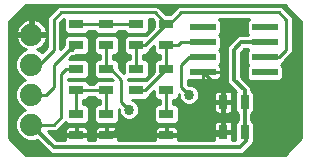
<source format=gtl>
G75*
%MOIN*%
%OFA0B0*%
%FSLAX25Y25*%
%IPPOS*%
%LPD*%
%AMOC8*
5,1,8,0,0,1.08239X$1,22.5*
%
%ADD10R,0.03150X0.04724*%
%ADD11R,0.04724X0.03150*%
%ADD12C,0.07400*%
%ADD13R,0.08661X0.02362*%
%ADD14C,0.01000*%
%ADD15C,0.03378*%
%ADD16C,0.01200*%
D10*
X0075757Y0011500D03*
X0082843Y0011500D03*
X0082843Y0021500D03*
X0075757Y0021500D03*
D11*
X0056800Y0017543D03*
X0056800Y0010457D03*
X0036800Y0010457D03*
X0026800Y0010457D03*
X0026800Y0017543D03*
X0036800Y0017543D03*
X0036800Y0025457D03*
X0026800Y0025457D03*
X0026800Y0032543D03*
X0036800Y0032543D03*
X0046800Y0032543D03*
X0056800Y0032543D03*
X0056800Y0025457D03*
X0046800Y0025457D03*
X0046800Y0040457D03*
X0056800Y0040457D03*
X0056800Y0047543D03*
X0046800Y0047543D03*
X0036800Y0047543D03*
X0026800Y0047543D03*
X0026800Y0040457D03*
X0036800Y0040457D03*
D12*
X0011800Y0044000D03*
X0011800Y0034000D03*
X0011800Y0024000D03*
X0011800Y0014000D03*
D13*
X0069064Y0031500D03*
X0069064Y0036500D03*
X0069064Y0041500D03*
X0069064Y0046500D03*
X0089536Y0046500D03*
X0089536Y0041500D03*
X0089536Y0036500D03*
X0089536Y0031500D03*
D14*
X0018052Y0004496D02*
X0009416Y0004496D01*
X0009911Y0004000D02*
X0096189Y0004000D01*
X0101800Y0009611D01*
X0101800Y0048389D01*
X0096189Y0054000D01*
X0009911Y0054000D01*
X0004300Y0048389D01*
X0004300Y0009611D01*
X0009911Y0004000D01*
X0008417Y0005494D02*
X0017053Y0005494D01*
X0017000Y0005547D02*
X0018347Y0004200D01*
X0082253Y0004200D01*
X0084253Y0006200D01*
X0085600Y0007547D01*
X0085600Y0007916D01*
X0086118Y0008434D01*
X0086118Y0014566D01*
X0085143Y0015541D01*
X0085143Y0017459D01*
X0086118Y0018434D01*
X0086118Y0024566D01*
X0085143Y0025541D01*
X0085143Y0026409D01*
X0081600Y0029953D01*
X0081600Y0038047D01*
X0082753Y0039200D01*
X0083920Y0039200D01*
X0084120Y0039000D01*
X0083506Y0038385D01*
X0083506Y0034615D01*
X0084120Y0034000D01*
X0083506Y0033385D01*
X0083506Y0029615D01*
X0084501Y0028619D01*
X0094571Y0028619D01*
X0095567Y0029615D01*
X0095567Y0033385D01*
X0094952Y0034000D01*
X0095567Y0034615D01*
X0095567Y0034656D01*
X0096500Y0035589D01*
X0099000Y0038089D01*
X0099000Y0049911D01*
X0097711Y0051200D01*
X0096500Y0052411D01*
X0096500Y0052411D01*
X0095211Y0053700D01*
X0060889Y0053700D01*
X0059600Y0052411D01*
X0058007Y0050818D01*
X0056636Y0050818D01*
X0053755Y0053700D01*
X0020889Y0053700D01*
X0019600Y0052411D01*
X0017100Y0049911D01*
X0017100Y0039911D01*
X0015313Y0038124D01*
X0014859Y0038578D01*
X0013576Y0039109D01*
X0013796Y0039181D01*
X0014525Y0039553D01*
X0015188Y0040034D01*
X0015766Y0040612D01*
X0016247Y0041275D01*
X0016619Y0042004D01*
X0016872Y0042782D01*
X0016986Y0043500D01*
X0012300Y0043500D01*
X0012300Y0044500D01*
X0011300Y0044500D01*
X0011300Y0049186D01*
X0010582Y0049072D01*
X0009804Y0048819D01*
X0009075Y0048447D01*
X0008412Y0047966D01*
X0007834Y0047388D01*
X0007353Y0046725D01*
X0006981Y0045996D01*
X0006728Y0045218D01*
X0006614Y0044500D01*
X0011300Y0044500D01*
X0011300Y0043500D01*
X0006614Y0043500D01*
X0006728Y0042782D01*
X0006981Y0042004D01*
X0007353Y0041275D01*
X0007834Y0040612D01*
X0008412Y0040034D01*
X0009075Y0039553D01*
X0009804Y0039181D01*
X0010024Y0039109D01*
X0008741Y0038578D01*
X0007222Y0037059D01*
X0006400Y0035074D01*
X0006400Y0032926D01*
X0007222Y0030941D01*
X0008741Y0029422D01*
X0009760Y0029000D01*
X0008741Y0028578D01*
X0007222Y0027059D01*
X0006400Y0025074D01*
X0006400Y0022926D01*
X0007222Y0020941D01*
X0008741Y0019422D01*
X0009760Y0019000D01*
X0008741Y0018578D01*
X0007222Y0017059D01*
X0006400Y0015074D01*
X0006400Y0012926D01*
X0007222Y0010941D01*
X0008741Y0009422D01*
X0010726Y0008600D01*
X0012874Y0008600D01*
X0013633Y0008914D01*
X0017000Y0005547D01*
X0016055Y0006493D02*
X0007419Y0006493D01*
X0006420Y0007491D02*
X0015056Y0007491D01*
X0014058Y0008490D02*
X0005422Y0008490D01*
X0004423Y0009488D02*
X0008675Y0009488D01*
X0007677Y0010487D02*
X0004300Y0010487D01*
X0004300Y0011485D02*
X0006997Y0011485D01*
X0006583Y0012484D02*
X0004300Y0012484D01*
X0004300Y0013482D02*
X0006400Y0013482D01*
X0006400Y0014481D02*
X0004300Y0014481D01*
X0004300Y0015479D02*
X0006568Y0015479D01*
X0006981Y0016478D02*
X0004300Y0016478D01*
X0004300Y0017476D02*
X0007639Y0017476D01*
X0008638Y0018475D02*
X0004300Y0018475D01*
X0004300Y0019473D02*
X0008690Y0019473D01*
X0007692Y0020472D02*
X0004300Y0020472D01*
X0004300Y0021470D02*
X0007003Y0021470D01*
X0006589Y0022469D02*
X0004300Y0022469D01*
X0004300Y0023467D02*
X0006400Y0023467D01*
X0006400Y0024466D02*
X0004300Y0024466D01*
X0004300Y0025464D02*
X0006562Y0025464D01*
X0006975Y0026463D02*
X0004300Y0026463D01*
X0004300Y0027461D02*
X0007625Y0027461D01*
X0008623Y0028460D02*
X0004300Y0028460D01*
X0004300Y0029458D02*
X0008705Y0029458D01*
X0007706Y0030457D02*
X0004300Y0030457D01*
X0004300Y0031455D02*
X0007009Y0031455D01*
X0006596Y0032454D02*
X0004300Y0032454D01*
X0004300Y0033452D02*
X0006400Y0033452D01*
X0006400Y0034451D02*
X0004300Y0034451D01*
X0004300Y0035449D02*
X0006555Y0035449D01*
X0006969Y0036448D02*
X0004300Y0036448D01*
X0004300Y0037446D02*
X0007610Y0037446D01*
X0008608Y0038445D02*
X0004300Y0038445D01*
X0004300Y0039443D02*
X0009289Y0039443D01*
X0008004Y0040442D02*
X0004300Y0040442D01*
X0004300Y0041440D02*
X0007268Y0041440D01*
X0006840Y0042439D02*
X0004300Y0042439D01*
X0004300Y0043437D02*
X0006624Y0043437D01*
X0004300Y0044436D02*
X0011300Y0044436D01*
X0012300Y0044436D02*
X0017100Y0044436D01*
X0016986Y0044500D02*
X0016872Y0045218D01*
X0016619Y0045996D01*
X0016247Y0046725D01*
X0015766Y0047388D01*
X0015188Y0047966D01*
X0014525Y0048447D01*
X0013796Y0048819D01*
X0013018Y0049072D01*
X0012300Y0049186D01*
X0012300Y0044500D01*
X0016986Y0044500D01*
X0017100Y0045434D02*
X0016802Y0045434D01*
X0017100Y0046433D02*
X0016396Y0046433D01*
X0015722Y0047432D02*
X0017100Y0047432D01*
X0017100Y0048430D02*
X0014549Y0048430D01*
X0012300Y0048430D02*
X0011300Y0048430D01*
X0011300Y0047432D02*
X0012300Y0047432D01*
X0012300Y0046433D02*
X0011300Y0046433D01*
X0011300Y0045434D02*
X0012300Y0045434D01*
X0007878Y0047432D02*
X0004300Y0047432D01*
X0004300Y0046433D02*
X0007204Y0046433D01*
X0006798Y0045434D02*
X0004300Y0045434D01*
X0004341Y0048430D02*
X0009051Y0048430D01*
X0006338Y0050427D02*
X0017616Y0050427D01*
X0017100Y0049429D02*
X0005340Y0049429D01*
X0007337Y0051426D02*
X0018614Y0051426D01*
X0019613Y0052424D02*
X0008335Y0052424D01*
X0009334Y0053423D02*
X0020611Y0053423D01*
X0021800Y0051500D02*
X0052843Y0051500D01*
X0056800Y0047543D01*
X0057843Y0047543D01*
X0061800Y0051500D01*
X0094300Y0051500D01*
X0096800Y0049000D01*
X0096800Y0039000D01*
X0094300Y0036500D01*
X0089536Y0036500D01*
X0083669Y0034451D02*
X0081600Y0034451D01*
X0081600Y0035449D02*
X0083506Y0035449D01*
X0083506Y0036448D02*
X0081600Y0036448D01*
X0081600Y0037446D02*
X0083506Y0037446D01*
X0083565Y0038445D02*
X0081998Y0038445D01*
X0077489Y0040442D02*
X0075094Y0040442D01*
X0075094Y0039615D02*
X0075094Y0043385D01*
X0074480Y0044000D01*
X0075094Y0044615D01*
X0075094Y0048385D01*
X0074180Y0049300D01*
X0084420Y0049300D01*
X0083506Y0048385D01*
X0083506Y0044615D01*
X0084120Y0044000D01*
X0083920Y0043800D01*
X0080847Y0043800D01*
X0079500Y0042453D01*
X0077000Y0039953D01*
X0077000Y0028047D01*
X0078347Y0026700D01*
X0080025Y0025023D01*
X0079569Y0024566D01*
X0079569Y0018434D01*
X0080543Y0017459D01*
X0080543Y0015541D01*
X0079569Y0014566D01*
X0079569Y0008800D01*
X0078794Y0008800D01*
X0078831Y0008940D01*
X0078831Y0011213D01*
X0076044Y0011213D01*
X0076044Y0011787D01*
X0078831Y0011787D01*
X0078831Y0014060D01*
X0078729Y0014441D01*
X0078532Y0014783D01*
X0078253Y0015062D01*
X0077910Y0015260D01*
X0077529Y0015362D01*
X0076044Y0015362D01*
X0076044Y0011787D01*
X0075469Y0011787D01*
X0075469Y0011213D01*
X0072682Y0011213D01*
X0072682Y0008940D01*
X0072720Y0008800D01*
X0060662Y0008800D01*
X0060662Y0010169D01*
X0057087Y0010169D01*
X0057087Y0010744D01*
X0056513Y0010744D01*
X0056513Y0013531D01*
X0054240Y0013531D01*
X0053859Y0013429D01*
X0053517Y0013232D01*
X0053237Y0012953D01*
X0053040Y0012610D01*
X0052938Y0012229D01*
X0052938Y0010744D01*
X0056513Y0010744D01*
X0056513Y0010169D01*
X0052938Y0010169D01*
X0052938Y0008800D01*
X0040662Y0008800D01*
X0040662Y0010169D01*
X0037087Y0010169D01*
X0037087Y0010744D01*
X0036513Y0010744D01*
X0036513Y0013531D01*
X0034240Y0013531D01*
X0033859Y0013429D01*
X0033517Y0013232D01*
X0033238Y0012953D01*
X0033040Y0012610D01*
X0032938Y0012229D01*
X0032938Y0010744D01*
X0036513Y0010744D01*
X0036513Y0010169D01*
X0032938Y0010169D01*
X0032938Y0008800D01*
X0030662Y0008800D01*
X0030662Y0010169D01*
X0027087Y0010169D01*
X0027087Y0010744D01*
X0026513Y0010744D01*
X0026513Y0013531D01*
X0024240Y0013531D01*
X0023859Y0013429D01*
X0023517Y0013232D01*
X0023237Y0012953D01*
X0023040Y0012610D01*
X0022938Y0012229D01*
X0022938Y0010744D01*
X0026513Y0010744D01*
X0026513Y0010169D01*
X0022938Y0010169D01*
X0022938Y0008800D01*
X0020253Y0008800D01*
X0017253Y0011800D01*
X0020211Y0011800D01*
X0022711Y0014300D01*
X0023207Y0014795D01*
X0023734Y0014269D01*
X0029866Y0014269D01*
X0030862Y0015264D01*
X0030862Y0019822D01*
X0029866Y0020818D01*
X0029000Y0020818D01*
X0029000Y0022182D01*
X0029866Y0022182D01*
X0030862Y0023178D01*
X0030862Y0023257D01*
X0032738Y0023257D01*
X0032738Y0023178D01*
X0033734Y0022182D01*
X0034600Y0022182D01*
X0034600Y0020818D01*
X0033734Y0020818D01*
X0032738Y0019822D01*
X0032738Y0015264D01*
X0033734Y0014269D01*
X0039866Y0014269D01*
X0040862Y0015264D01*
X0040862Y0019327D01*
X0040911Y0019278D01*
X0040911Y0018326D01*
X0041427Y0017080D01*
X0042380Y0016127D01*
X0043626Y0015611D01*
X0044974Y0015611D01*
X0046220Y0016127D01*
X0047173Y0017080D01*
X0047689Y0018326D01*
X0047689Y0019674D01*
X0047173Y0020920D01*
X0046220Y0021873D01*
X0045474Y0022182D01*
X0049866Y0022182D01*
X0050862Y0023178D01*
X0050862Y0023494D01*
X0052738Y0025370D01*
X0052738Y0023178D01*
X0053734Y0022182D01*
X0054600Y0022182D01*
X0054600Y0020818D01*
X0053734Y0020818D01*
X0052738Y0019822D01*
X0052738Y0015264D01*
X0053734Y0014269D01*
X0059866Y0014269D01*
X0060862Y0015264D01*
X0060862Y0019822D01*
X0059866Y0020818D01*
X0059000Y0020818D01*
X0059000Y0022182D01*
X0059866Y0022182D01*
X0060862Y0023178D01*
X0060862Y0024327D01*
X0060889Y0024300D01*
X0060911Y0024278D01*
X0060911Y0023326D01*
X0061427Y0022080D01*
X0062380Y0021127D01*
X0063626Y0020611D01*
X0064974Y0020611D01*
X0066220Y0021127D01*
X0067173Y0022080D01*
X0067689Y0023326D01*
X0067689Y0024674D01*
X0067173Y0025920D01*
X0066220Y0026873D01*
X0064974Y0027389D01*
X0064022Y0027389D01*
X0064000Y0027411D01*
X0064000Y0029010D01*
X0064154Y0028921D01*
X0064536Y0028819D01*
X0068973Y0028819D01*
X0068973Y0031409D01*
X0069154Y0031409D01*
X0069154Y0028819D01*
X0073592Y0028819D01*
X0073973Y0028921D01*
X0074316Y0029119D01*
X0074595Y0029398D01*
X0074792Y0029740D01*
X0074894Y0030121D01*
X0074894Y0031409D01*
X0069154Y0031409D01*
X0069154Y0031591D01*
X0074894Y0031591D01*
X0074894Y0032879D01*
X0074792Y0033260D01*
X0074595Y0033602D01*
X0074338Y0033859D01*
X0075094Y0034615D01*
X0075094Y0038385D01*
X0074480Y0039000D01*
X0075094Y0039615D01*
X0074923Y0039443D02*
X0077000Y0039443D01*
X0077000Y0038445D02*
X0075035Y0038445D01*
X0075094Y0037446D02*
X0077000Y0037446D01*
X0077000Y0036448D02*
X0075094Y0036448D01*
X0075094Y0035449D02*
X0077000Y0035449D01*
X0077000Y0034451D02*
X0074931Y0034451D01*
X0074681Y0033452D02*
X0077000Y0033452D01*
X0077000Y0032454D02*
X0074894Y0032454D01*
X0077000Y0031455D02*
X0069154Y0031455D01*
X0069064Y0031500D02*
X0075757Y0024807D01*
X0075757Y0021500D01*
X0075757Y0011500D01*
X0074713Y0010457D01*
X0056800Y0010457D01*
X0036800Y0010457D01*
X0038257Y0010457D01*
X0041800Y0014000D01*
X0044300Y0014000D01*
X0040862Y0015479D02*
X0052738Y0015479D01*
X0052738Y0016478D02*
X0046570Y0016478D01*
X0047337Y0017476D02*
X0052738Y0017476D01*
X0052738Y0018475D02*
X0047689Y0018475D01*
X0047689Y0019473D02*
X0052738Y0019473D01*
X0053387Y0020472D02*
X0047359Y0020472D01*
X0046622Y0021470D02*
X0054600Y0021470D01*
X0053447Y0022469D02*
X0050153Y0022469D01*
X0050862Y0023467D02*
X0052738Y0023467D01*
X0052738Y0024466D02*
X0051834Y0024466D01*
X0049713Y0025457D02*
X0056800Y0032543D01*
X0056800Y0040457D01*
X0060757Y0040457D01*
X0061800Y0041500D01*
X0069064Y0041500D01*
X0075094Y0041440D02*
X0078488Y0041440D01*
X0079486Y0042439D02*
X0075094Y0042439D01*
X0075042Y0043437D02*
X0080485Y0043437D01*
X0083684Y0044436D02*
X0074916Y0044436D01*
X0075094Y0045434D02*
X0083506Y0045434D01*
X0083506Y0046433D02*
X0075094Y0046433D01*
X0075094Y0047432D02*
X0083506Y0047432D01*
X0083550Y0048430D02*
X0075050Y0048430D01*
X0060611Y0053423D02*
X0054032Y0053423D01*
X0055030Y0052424D02*
X0059613Y0052424D01*
X0058614Y0051426D02*
X0056029Y0051426D01*
X0052738Y0048494D02*
X0051932Y0049300D01*
X0050862Y0049300D01*
X0050862Y0045264D01*
X0049866Y0044269D01*
X0043734Y0044269D01*
X0042738Y0045264D01*
X0042738Y0045343D01*
X0040862Y0045343D01*
X0040862Y0045264D01*
X0039866Y0044269D01*
X0033734Y0044269D01*
X0032738Y0045264D01*
X0032738Y0045343D01*
X0030862Y0045343D01*
X0030862Y0045264D01*
X0029866Y0044269D01*
X0023734Y0044269D01*
X0022738Y0045264D01*
X0022738Y0049300D01*
X0022711Y0049300D01*
X0021500Y0048089D01*
X0021500Y0039311D01*
X0022100Y0039911D01*
X0022738Y0040549D01*
X0022738Y0042736D01*
X0023734Y0043731D01*
X0029866Y0043731D01*
X0030862Y0042736D01*
X0030862Y0038178D01*
X0029866Y0037182D01*
X0026636Y0037182D01*
X0026255Y0036800D01*
X0025211Y0036800D01*
X0024229Y0035818D01*
X0029866Y0035818D01*
X0030862Y0034822D01*
X0030862Y0030264D01*
X0029866Y0029269D01*
X0024000Y0029269D01*
X0024000Y0028731D01*
X0029866Y0028731D01*
X0030862Y0027736D01*
X0030862Y0027657D01*
X0032738Y0027657D01*
X0032738Y0027736D01*
X0033734Y0028731D01*
X0038957Y0028731D01*
X0038420Y0029269D01*
X0033734Y0029269D01*
X0032738Y0030264D01*
X0032738Y0034822D01*
X0033734Y0035818D01*
X0034600Y0035818D01*
X0034600Y0037182D01*
X0033734Y0037182D01*
X0032738Y0038178D01*
X0032738Y0042736D01*
X0033734Y0043731D01*
X0039866Y0043731D01*
X0040862Y0042736D01*
X0040862Y0038178D01*
X0039866Y0037182D01*
X0039000Y0037182D01*
X0039000Y0035818D01*
X0039866Y0035818D01*
X0040862Y0034822D01*
X0040862Y0033049D01*
X0042711Y0031200D01*
X0042738Y0031173D01*
X0042738Y0034822D01*
X0043734Y0035818D01*
X0044600Y0035818D01*
X0044600Y0037182D01*
X0043734Y0037182D01*
X0042738Y0038178D01*
X0042738Y0042736D01*
X0043734Y0043731D01*
X0049866Y0043731D01*
X0049872Y0043726D01*
X0052738Y0046592D01*
X0052738Y0048494D01*
X0052738Y0048430D02*
X0050862Y0048430D01*
X0050862Y0047432D02*
X0052738Y0047432D01*
X0052578Y0046433D02*
X0050862Y0046433D01*
X0050862Y0045434D02*
X0051580Y0045434D01*
X0050581Y0044436D02*
X0050034Y0044436D01*
X0046800Y0047543D02*
X0036800Y0047543D01*
X0026800Y0047543D01*
X0022738Y0047432D02*
X0021500Y0047432D01*
X0021500Y0046433D02*
X0022738Y0046433D01*
X0022738Y0045434D02*
X0021500Y0045434D01*
X0021500Y0044436D02*
X0023566Y0044436D01*
X0023440Y0043437D02*
X0021500Y0043437D01*
X0021500Y0042439D02*
X0022738Y0042439D01*
X0022738Y0041440D02*
X0021500Y0041440D01*
X0021500Y0040442D02*
X0022631Y0040442D01*
X0021632Y0039443D02*
X0021500Y0039443D01*
X0019300Y0039000D02*
X0019300Y0049000D01*
X0021800Y0051500D01*
X0021841Y0048430D02*
X0022738Y0048430D01*
X0030034Y0044436D02*
X0033566Y0044436D01*
X0033440Y0043437D02*
X0030160Y0043437D01*
X0030862Y0042439D02*
X0032738Y0042439D01*
X0032738Y0041440D02*
X0030862Y0041440D01*
X0030862Y0040442D02*
X0032738Y0040442D01*
X0032738Y0039443D02*
X0030862Y0039443D01*
X0030862Y0038445D02*
X0032738Y0038445D01*
X0033469Y0037446D02*
X0030131Y0037446D01*
X0030235Y0035449D02*
X0033365Y0035449D01*
X0034600Y0036448D02*
X0024859Y0036448D01*
X0025343Y0039000D02*
X0024300Y0039000D01*
X0019300Y0034000D01*
X0019300Y0026500D01*
X0016800Y0024000D01*
X0011800Y0024000D01*
X0021800Y0031000D02*
X0023300Y0032500D01*
X0026757Y0032500D01*
X0026800Y0032543D01*
X0030862Y0032454D02*
X0032738Y0032454D01*
X0032738Y0031455D02*
X0030862Y0031455D01*
X0030862Y0030457D02*
X0032738Y0030457D01*
X0033544Y0029458D02*
X0030056Y0029458D01*
X0030138Y0028460D02*
X0033462Y0028460D01*
X0036800Y0025457D02*
X0026800Y0025457D01*
X0026800Y0017543D01*
X0030862Y0017476D02*
X0032738Y0017476D01*
X0032738Y0018475D02*
X0030862Y0018475D01*
X0030862Y0019473D02*
X0032738Y0019473D01*
X0033387Y0020472D02*
X0030213Y0020472D01*
X0029000Y0021470D02*
X0034600Y0021470D01*
X0033447Y0022469D02*
X0030153Y0022469D01*
X0036800Y0025457D02*
X0036800Y0017543D01*
X0040862Y0017476D02*
X0041263Y0017476D01*
X0040911Y0018475D02*
X0040862Y0018475D01*
X0040862Y0016478D02*
X0042030Y0016478D01*
X0040079Y0014481D02*
X0053521Y0014481D01*
X0054056Y0013482D02*
X0039544Y0013482D01*
X0039360Y0013531D02*
X0037087Y0013531D01*
X0037087Y0010744D01*
X0040662Y0010744D01*
X0040662Y0012229D01*
X0040560Y0012610D01*
X0040362Y0012953D01*
X0040083Y0013232D01*
X0039741Y0013429D01*
X0039360Y0013531D01*
X0040594Y0012484D02*
X0053006Y0012484D01*
X0052938Y0011485D02*
X0040662Y0011485D01*
X0040662Y0009488D02*
X0052938Y0009488D01*
X0056513Y0010487D02*
X0037087Y0010487D01*
X0036800Y0010457D02*
X0026800Y0010457D01*
X0027087Y0010487D02*
X0036513Y0010487D01*
X0036513Y0011485D02*
X0037087Y0011485D01*
X0037087Y0012484D02*
X0036513Y0012484D01*
X0036513Y0013482D02*
X0037087Y0013482D01*
X0034056Y0013482D02*
X0029544Y0013482D01*
X0029360Y0013531D02*
X0027087Y0013531D01*
X0027087Y0010744D01*
X0030662Y0010744D01*
X0030662Y0012229D01*
X0030560Y0012610D01*
X0030362Y0012953D01*
X0030083Y0013232D01*
X0029741Y0013429D01*
X0029360Y0013531D01*
X0030079Y0014481D02*
X0033521Y0014481D01*
X0032738Y0015479D02*
X0030862Y0015479D01*
X0030862Y0016478D02*
X0032738Y0016478D01*
X0027087Y0013482D02*
X0026513Y0013482D01*
X0026513Y0012484D02*
X0027087Y0012484D01*
X0027087Y0011485D02*
X0026513Y0011485D01*
X0026513Y0010487D02*
X0018566Y0010487D01*
X0017568Y0011485D02*
X0022938Y0011485D01*
X0023006Y0012484D02*
X0020895Y0012484D01*
X0021893Y0013482D02*
X0024056Y0013482D01*
X0023521Y0014481D02*
X0022892Y0014481D01*
X0021800Y0016500D02*
X0019300Y0014000D01*
X0011800Y0014000D01*
X0019565Y0009488D02*
X0022938Y0009488D01*
X0030662Y0009488D02*
X0032938Y0009488D01*
X0032938Y0011485D02*
X0030662Y0011485D01*
X0030594Y0012484D02*
X0033006Y0012484D01*
X0021800Y0016500D02*
X0021800Y0031000D01*
X0014300Y0034000D02*
X0019300Y0039000D01*
X0017100Y0040442D02*
X0015596Y0040442D01*
X0016632Y0039443D02*
X0014311Y0039443D01*
X0014992Y0038445D02*
X0015634Y0038445D01*
X0016332Y0041440D02*
X0017100Y0041440D01*
X0017100Y0042439D02*
X0016760Y0042439D01*
X0016976Y0043437D02*
X0017100Y0043437D01*
X0025343Y0039000D02*
X0026800Y0040457D01*
X0036800Y0040457D02*
X0036800Y0032543D01*
X0038257Y0032543D01*
X0041800Y0029000D01*
X0041800Y0021500D01*
X0044300Y0019000D01*
X0046800Y0025457D02*
X0049713Y0025457D01*
X0049872Y0028726D02*
X0049866Y0028731D01*
X0044000Y0028731D01*
X0044000Y0029269D01*
X0049866Y0029269D01*
X0050862Y0030264D01*
X0050862Y0034822D01*
X0049866Y0035818D01*
X0049000Y0035818D01*
X0049000Y0037182D01*
X0049866Y0037182D01*
X0050862Y0038178D01*
X0050862Y0038494D01*
X0052738Y0040370D01*
X0052738Y0038178D01*
X0053734Y0037182D01*
X0054600Y0037182D01*
X0054600Y0035818D01*
X0053734Y0035818D01*
X0052738Y0034822D01*
X0052738Y0031592D01*
X0049872Y0028726D01*
X0050056Y0029458D02*
X0050604Y0029458D01*
X0050862Y0030457D02*
X0051602Y0030457D01*
X0050862Y0031455D02*
X0052601Y0031455D01*
X0052738Y0032454D02*
X0050862Y0032454D01*
X0050862Y0033452D02*
X0052738Y0033452D01*
X0052738Y0034451D02*
X0050862Y0034451D01*
X0050235Y0035449D02*
X0053365Y0035449D01*
X0054600Y0036448D02*
X0049000Y0036448D01*
X0050131Y0037446D02*
X0053469Y0037446D01*
X0052738Y0038445D02*
X0050862Y0038445D01*
X0051811Y0039443D02*
X0052738Y0039443D01*
X0049713Y0040457D02*
X0056800Y0047543D01*
X0049713Y0040457D02*
X0046800Y0040457D01*
X0046800Y0032543D01*
X0042738Y0032454D02*
X0041457Y0032454D01*
X0042456Y0031455D02*
X0042738Y0031455D01*
X0042738Y0033452D02*
X0040862Y0033452D01*
X0040862Y0034451D02*
X0042738Y0034451D01*
X0043365Y0035449D02*
X0040235Y0035449D01*
X0039000Y0036448D02*
X0044600Y0036448D01*
X0043469Y0037446D02*
X0040131Y0037446D01*
X0040862Y0038445D02*
X0042738Y0038445D01*
X0042738Y0039443D02*
X0040862Y0039443D01*
X0040862Y0040442D02*
X0042738Y0040442D01*
X0042738Y0041440D02*
X0040862Y0041440D01*
X0040862Y0042439D02*
X0042738Y0042439D01*
X0043440Y0043437D02*
X0040160Y0043437D01*
X0040034Y0044436D02*
X0043566Y0044436D01*
X0032738Y0034451D02*
X0030862Y0034451D01*
X0030862Y0033452D02*
X0032738Y0033452D01*
X0014300Y0034000D02*
X0011800Y0034000D01*
X0056800Y0025457D02*
X0056800Y0017543D01*
X0060862Y0017476D02*
X0080526Y0017476D01*
X0079569Y0018475D02*
X0078681Y0018475D01*
X0078729Y0018559D02*
X0078831Y0018940D01*
X0078831Y0021213D01*
X0076044Y0021213D01*
X0076044Y0021787D01*
X0078831Y0021787D01*
X0078831Y0024060D01*
X0078729Y0024441D01*
X0078532Y0024783D01*
X0078253Y0025062D01*
X0077910Y0025260D01*
X0077529Y0025362D01*
X0076044Y0025362D01*
X0076044Y0021787D01*
X0075469Y0021787D01*
X0075469Y0021213D01*
X0072682Y0021213D01*
X0072682Y0018940D01*
X0072784Y0018559D01*
X0072982Y0018217D01*
X0073261Y0017938D01*
X0073603Y0017740D01*
X0073984Y0017638D01*
X0075469Y0017638D01*
X0075469Y0021213D01*
X0076044Y0021213D01*
X0076044Y0017638D01*
X0077529Y0017638D01*
X0077910Y0017740D01*
X0078253Y0017938D01*
X0078532Y0018217D01*
X0078729Y0018559D01*
X0078831Y0019473D02*
X0079569Y0019473D01*
X0079569Y0020472D02*
X0078831Y0020472D01*
X0079569Y0021470D02*
X0076044Y0021470D01*
X0075469Y0021470D02*
X0066563Y0021470D01*
X0067334Y0022469D02*
X0072682Y0022469D01*
X0072682Y0021787D02*
X0075469Y0021787D01*
X0075469Y0025362D01*
X0073984Y0025362D01*
X0073603Y0025260D01*
X0073261Y0025062D01*
X0072982Y0024783D01*
X0072784Y0024441D01*
X0072682Y0024060D01*
X0072682Y0021787D01*
X0072682Y0020472D02*
X0060213Y0020472D01*
X0060862Y0019473D02*
X0072682Y0019473D01*
X0072833Y0018475D02*
X0060862Y0018475D01*
X0060862Y0016478D02*
X0080543Y0016478D01*
X0080481Y0015479D02*
X0060862Y0015479D01*
X0060079Y0014481D02*
X0072807Y0014481D01*
X0072784Y0014441D02*
X0072682Y0014060D01*
X0072682Y0011787D01*
X0075469Y0011787D01*
X0075469Y0015362D01*
X0073984Y0015362D01*
X0073603Y0015260D01*
X0073261Y0015062D01*
X0072982Y0014783D01*
X0072784Y0014441D01*
X0072682Y0013482D02*
X0059544Y0013482D01*
X0059360Y0013531D02*
X0057087Y0013531D01*
X0057087Y0010744D01*
X0060662Y0010744D01*
X0060662Y0012229D01*
X0060560Y0012610D01*
X0060362Y0012953D01*
X0060083Y0013232D01*
X0059741Y0013429D01*
X0059360Y0013531D01*
X0060594Y0012484D02*
X0072682Y0012484D01*
X0072682Y0010487D02*
X0057087Y0010487D01*
X0057087Y0011485D02*
X0056513Y0011485D01*
X0056513Y0012484D02*
X0057087Y0012484D01*
X0057087Y0013482D02*
X0056513Y0013482D01*
X0060662Y0011485D02*
X0075469Y0011485D01*
X0076044Y0011485D02*
X0079569Y0011485D01*
X0079569Y0010487D02*
X0078831Y0010487D01*
X0078831Y0009488D02*
X0079569Y0009488D01*
X0079569Y0012484D02*
X0078831Y0012484D01*
X0078831Y0013482D02*
X0079569Y0013482D01*
X0079569Y0014481D02*
X0078706Y0014481D01*
X0076044Y0014481D02*
X0075469Y0014481D01*
X0075469Y0013482D02*
X0076044Y0013482D01*
X0076044Y0012484D02*
X0075469Y0012484D01*
X0072682Y0009488D02*
X0060662Y0009488D01*
X0075469Y0018475D02*
X0076044Y0018475D01*
X0076044Y0019473D02*
X0075469Y0019473D01*
X0075469Y0020472D02*
X0076044Y0020472D01*
X0076044Y0022469D02*
X0075469Y0022469D01*
X0075469Y0023467D02*
X0076044Y0023467D01*
X0076044Y0024466D02*
X0075469Y0024466D01*
X0072798Y0024466D02*
X0067689Y0024466D01*
X0067362Y0025464D02*
X0079583Y0025464D01*
X0079569Y0024466D02*
X0078715Y0024466D01*
X0078831Y0023467D02*
X0079569Y0023467D01*
X0079569Y0022469D02*
X0078831Y0022469D01*
X0072682Y0023467D02*
X0067689Y0023467D01*
X0064300Y0024000D02*
X0061800Y0026500D01*
X0061800Y0034000D01*
X0064300Y0036500D01*
X0069064Y0036500D01*
X0068973Y0030457D02*
X0069154Y0030457D01*
X0069154Y0029458D02*
X0068973Y0029458D01*
X0066630Y0026463D02*
X0078585Y0026463D01*
X0077586Y0027461D02*
X0064000Y0027461D01*
X0064000Y0028460D02*
X0077000Y0028460D01*
X0077000Y0029458D02*
X0074630Y0029458D01*
X0074894Y0030457D02*
X0077000Y0030457D01*
X0081600Y0030457D02*
X0083506Y0030457D01*
X0083506Y0031455D02*
X0081600Y0031455D01*
X0081600Y0032454D02*
X0083506Y0032454D01*
X0083573Y0033452D02*
X0081600Y0033452D01*
X0082094Y0029458D02*
X0083662Y0029458D01*
X0083093Y0028460D02*
X0101800Y0028460D01*
X0101800Y0029458D02*
X0095411Y0029458D01*
X0095567Y0030457D02*
X0101800Y0030457D01*
X0101800Y0031455D02*
X0095567Y0031455D01*
X0095567Y0032454D02*
X0101800Y0032454D01*
X0101800Y0033452D02*
X0095500Y0033452D01*
X0095403Y0034451D02*
X0101800Y0034451D01*
X0101800Y0035449D02*
X0096361Y0035449D01*
X0097359Y0036448D02*
X0101800Y0036448D01*
X0101800Y0037446D02*
X0098358Y0037446D01*
X0099000Y0038445D02*
X0101800Y0038445D01*
X0101800Y0039443D02*
X0099000Y0039443D01*
X0099000Y0040442D02*
X0101800Y0040442D01*
X0101800Y0041440D02*
X0099000Y0041440D01*
X0099000Y0042439D02*
X0101800Y0042439D01*
X0101800Y0043437D02*
X0099000Y0043437D01*
X0099000Y0044436D02*
X0101800Y0044436D01*
X0101800Y0045434D02*
X0099000Y0045434D01*
X0099000Y0046433D02*
X0101800Y0046433D01*
X0101800Y0047432D02*
X0099000Y0047432D01*
X0099000Y0048430D02*
X0101759Y0048430D01*
X0100760Y0049429D02*
X0099000Y0049429D01*
X0098484Y0050427D02*
X0099762Y0050427D01*
X0098763Y0051426D02*
X0097486Y0051426D01*
X0097711Y0051200D02*
X0097711Y0051200D01*
X0097765Y0052424D02*
X0096487Y0052424D01*
X0096766Y0053423D02*
X0095489Y0053423D01*
X0101800Y0027461D02*
X0084091Y0027461D01*
X0085090Y0026463D02*
X0101800Y0026463D01*
X0101800Y0025464D02*
X0085220Y0025464D01*
X0086118Y0024466D02*
X0101800Y0024466D01*
X0101800Y0023467D02*
X0086118Y0023467D01*
X0086118Y0022469D02*
X0101800Y0022469D01*
X0101800Y0021470D02*
X0086118Y0021470D01*
X0086118Y0020472D02*
X0101800Y0020472D01*
X0101800Y0019473D02*
X0086118Y0019473D01*
X0086118Y0018475D02*
X0101800Y0018475D01*
X0101800Y0017476D02*
X0085161Y0017476D01*
X0085143Y0016478D02*
X0101800Y0016478D01*
X0101800Y0015479D02*
X0085205Y0015479D01*
X0086118Y0014481D02*
X0101800Y0014481D01*
X0101800Y0013482D02*
X0086118Y0013482D01*
X0086118Y0012484D02*
X0101800Y0012484D01*
X0101800Y0011485D02*
X0086118Y0011485D01*
X0086118Y0010487D02*
X0101800Y0010487D01*
X0101677Y0009488D02*
X0086118Y0009488D01*
X0086118Y0008490D02*
X0100678Y0008490D01*
X0099680Y0007491D02*
X0085544Y0007491D01*
X0084545Y0006493D02*
X0098681Y0006493D01*
X0097683Y0005494D02*
X0083547Y0005494D01*
X0082548Y0004496D02*
X0096684Y0004496D01*
X0062037Y0021470D02*
X0059000Y0021470D01*
X0060153Y0022469D02*
X0061266Y0022469D01*
X0060911Y0023467D02*
X0060862Y0023467D01*
D15*
X0064300Y0024000D03*
X0044300Y0019000D03*
X0044300Y0014000D03*
X0051800Y0036500D03*
X0031800Y0036500D03*
X0091800Y0024000D03*
D16*
X0082843Y0025457D02*
X0082843Y0021500D01*
X0082843Y0011500D01*
X0083300Y0011043D01*
X0083300Y0008500D01*
X0081300Y0006500D01*
X0019300Y0006500D01*
X0011800Y0014000D01*
X0079300Y0029000D02*
X0079300Y0039000D01*
X0081800Y0041500D01*
X0089536Y0041500D01*
X0079300Y0029000D02*
X0082843Y0025457D01*
M02*

</source>
